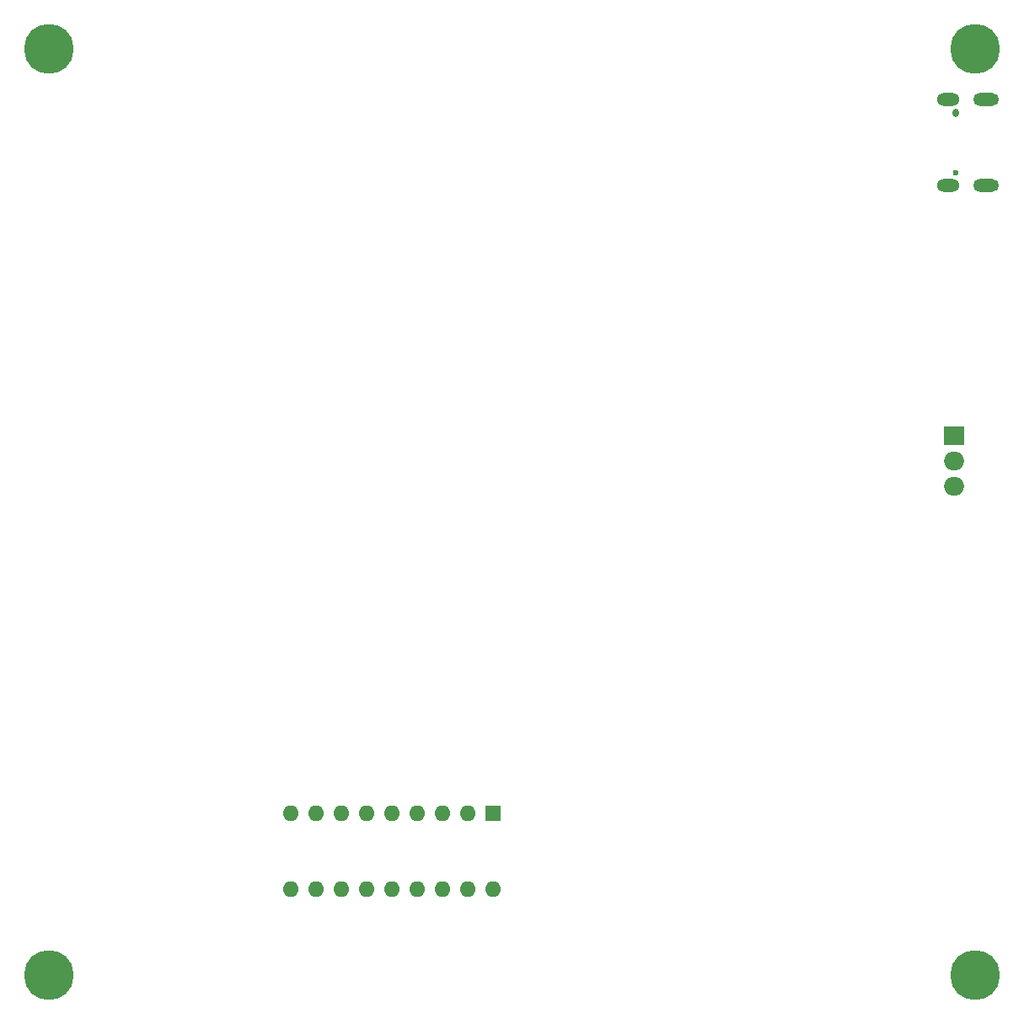
<source format=gbr>
%TF.GenerationSoftware,KiCad,Pcbnew,8.0.2*%
%TF.CreationDate,2024-05-13T15:00:17+02:00*%
%TF.ProjectId,i8008-sbc,69383030-382d-4736-9263-2e6b69636164,rev?*%
%TF.SameCoordinates,Original*%
%TF.FileFunction,Soldermask,Bot*%
%TF.FilePolarity,Negative*%
%FSLAX46Y46*%
G04 Gerber Fmt 4.6, Leading zero omitted, Abs format (unit mm)*
G04 Created by KiCad (PCBNEW 8.0.2) date 2024-05-13 15:00:17*
%MOMM*%
%LPD*%
G01*
G04 APERTURE LIST*
%ADD10R,1.600000X1.600000*%
%ADD11O,1.600000X1.600000*%
%ADD12C,0.800000*%
%ADD13C,5.000000*%
%ADD14C,0.600000*%
%ADD15O,0.600000X0.850000*%
%ADD16O,2.300000X1.300000*%
%ADD17O,2.600000X1.300000*%
%ADD18R,2.000000X1.905000*%
%ADD19O,2.000000X1.905000*%
G04 APERTURE END LIST*
D10*
%TO.C,U1*%
X148072000Y-130312000D03*
D11*
X145532000Y-130312000D03*
X142992000Y-130312000D03*
X140452000Y-130312000D03*
X137912000Y-130312000D03*
X135372000Y-130312000D03*
X132832000Y-130312000D03*
X130292000Y-130312000D03*
X127752000Y-130312000D03*
X127752000Y-137932000D03*
X130292000Y-137932000D03*
X132832000Y-137932000D03*
X135372000Y-137932000D03*
X137912000Y-137932000D03*
X140452000Y-137932000D03*
X142992000Y-137932000D03*
X145532000Y-137932000D03*
X148072000Y-137932000D03*
%TD*%
D12*
%TO.C,H3*%
X101625000Y-146500000D03*
X102174175Y-145174175D03*
X102174175Y-147825825D03*
X103500000Y-144625000D03*
D13*
X103500000Y-146500000D03*
D12*
X103500000Y-148375000D03*
X104825825Y-145174175D03*
X104825825Y-147825825D03*
X105375000Y-146500000D03*
%TD*%
D14*
%TO.C,J2*%
X194550000Y-65900000D03*
D15*
X194550000Y-59900000D03*
D16*
X193825000Y-67220000D03*
D17*
X197650000Y-67220000D03*
D16*
X193825000Y-58580000D03*
D17*
X197650000Y-58580000D03*
%TD*%
D12*
%TO.C,H2*%
X194625000Y-53500000D03*
X195174175Y-52174175D03*
X195174175Y-54825825D03*
X196500000Y-51625000D03*
D13*
X196500000Y-53500000D03*
D12*
X196500000Y-55375000D03*
X197825825Y-52174175D03*
X197825825Y-54825825D03*
X198375000Y-53500000D03*
%TD*%
D18*
%TO.C,U3*%
X194371250Y-92394750D03*
D19*
X194371250Y-94934750D03*
X194371250Y-97474750D03*
%TD*%
D12*
%TO.C,H1*%
X101625000Y-53500000D03*
X102174175Y-52174175D03*
X102174175Y-54825825D03*
X103500000Y-51625000D03*
D13*
X103500000Y-53500000D03*
D12*
X103500000Y-55375000D03*
X104825825Y-52174175D03*
X104825825Y-54825825D03*
X105375000Y-53500000D03*
%TD*%
%TO.C,H4*%
X194625000Y-146500000D03*
X195174175Y-145174175D03*
X195174175Y-147825825D03*
X196500000Y-144625000D03*
D13*
X196500000Y-146500000D03*
D12*
X196500000Y-148375000D03*
X197825825Y-145174175D03*
X197825825Y-147825825D03*
X198375000Y-146500000D03*
%TD*%
M02*

</source>
